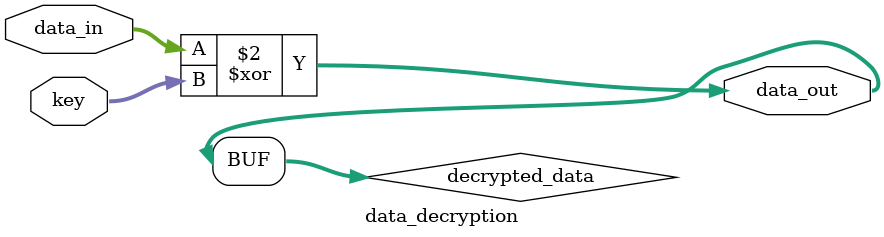
<source format=sv>
module data_decryption (
  input [7:0] data_in,
  input [7:0] key,
  output [7:0] data_out
);
  reg [7:0] decrypted_data;
  
  always @(data_in, key) begin
    decrypted_data = data_in ^ key;
  end
  
  assign data_out = decrypted_data;
  
endmodule

</source>
